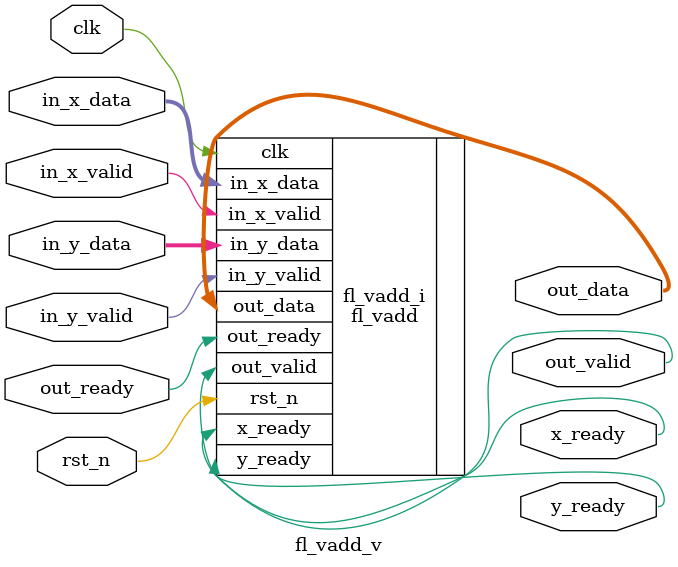
<source format=v>
`timescale 1ns/1ps

module fl_vadd_v ( 
  input                          clk,
  input                          rst_n,

  (* x_interface_info = "xilinx.com:interface:axis:1.0 vector_x tdata" *)
  input  [31:0]                  in_x_data, 
  (* x_interface_info = "xilinx.com:interface:axis:1.0 vector_x tvalid" *)
  input                          in_x_valid, 
  (* x_interface_info = "xilinx.com:interface:axis:1.0 vector_x tready" *)
  output                         x_ready,

  (* x_interface_info = "xilinx.com:interface:axis:1.0 vector_y tdata" *)
  input  [31:0]                  in_y_data, 
  (* x_interface_info = "xilinx.com:interface:axis:1.0 vector_y tvalid" *)
  input                          in_y_valid, 
  (* x_interface_info = "xilinx.com:interface:axis:1.0 vector_y tready" *)
  output                         y_ready,
  
  (* x_interface_info = "xilinx.com:interface:axis:1.0 vector_out tdata" *)
  output  [31:0]                 out_data, 
  (* x_interface_info = "xilinx.com:interface:axis:1.0 vector_out tvalid" *)
  output                         out_valid, 
  (* x_interface_info = "xilinx.com:interface:axis:1.0 vector_out tready" *)
  input                          out_ready

);

 fl_vadd fl_vadd_i ( 
  .clk        (clk),
  .rst_n      (rst_n),
  .in_x_data  (in_x_data), 
  .in_x_valid (in_x_valid), 
  .x_ready    (x_ready),
  .in_y_data  (in_y_data), 
  .in_y_valid (in_y_valid), 
  .y_ready    (y_ready),
  .out_data   (out_data), 
  .out_valid  (out_valid), 
  .out_ready  (out_ready)
);


endmodule

</source>
